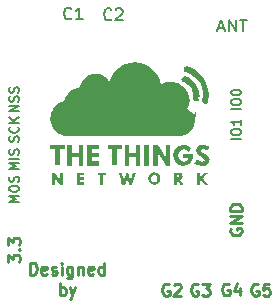
<source format=gbr>
G04 #@! TF.GenerationSoftware,KiCad,Pcbnew,5.1.5-52549c5~84~ubuntu18.04.1*
G04 #@! TF.CreationDate,2020-01-02T13:17:24-07:00*
G04 #@! TF.ProjectId,wemos-01,77656d6f-732d-4303-912e-6b696361645f,rev?*
G04 #@! TF.SameCoordinates,Original*
G04 #@! TF.FileFunction,Legend,Top*
G04 #@! TF.FilePolarity,Positive*
%FSLAX46Y46*%
G04 Gerber Fmt 4.6, Leading zero omitted, Abs format (unit mm)*
G04 Created by KiCad (PCBNEW 5.1.5-52549c5~84~ubuntu18.04.1) date 2020-01-02 13:17:24*
%MOMM*%
%LPD*%
G04 APERTURE LIST*
%ADD10C,0.250000*%
%ADD11C,0.200000*%
%ADD12C,0.100000*%
%ADD13C,0.150000*%
G04 APERTURE END LIST*
D10*
X148598000Y-103885904D02*
X148550380Y-103981142D01*
X148550380Y-104124000D01*
X148598000Y-104266857D01*
X148693238Y-104362095D01*
X148788476Y-104409714D01*
X148978952Y-104457333D01*
X149121809Y-104457333D01*
X149312285Y-104409714D01*
X149407523Y-104362095D01*
X149502761Y-104266857D01*
X149550380Y-104124000D01*
X149550380Y-104028761D01*
X149502761Y-103885904D01*
X149455142Y-103838285D01*
X149121809Y-103838285D01*
X149121809Y-104028761D01*
X149550380Y-103409714D02*
X148550380Y-103409714D01*
X149550380Y-102838285D01*
X148550380Y-102838285D01*
X149550380Y-102362095D02*
X148550380Y-102362095D01*
X148550380Y-102124000D01*
X148598000Y-101981142D01*
X148693238Y-101885904D01*
X148788476Y-101838285D01*
X148978952Y-101790666D01*
X149121809Y-101790666D01*
X149312285Y-101838285D01*
X149407523Y-101885904D01*
X149502761Y-101981142D01*
X149550380Y-102124000D01*
X149550380Y-102362095D01*
D11*
X149459904Y-96304000D02*
X148659904Y-96304000D01*
X148659904Y-95770666D02*
X148659904Y-95618285D01*
X148698000Y-95542095D01*
X148774190Y-95465904D01*
X148926571Y-95427809D01*
X149193238Y-95427809D01*
X149345619Y-95465904D01*
X149421809Y-95542095D01*
X149459904Y-95618285D01*
X149459904Y-95770666D01*
X149421809Y-95846857D01*
X149345619Y-95923047D01*
X149193238Y-95961142D01*
X148926571Y-95961142D01*
X148774190Y-95923047D01*
X148698000Y-95846857D01*
X148659904Y-95770666D01*
X149459904Y-94665904D02*
X149459904Y-95123047D01*
X149459904Y-94894476D02*
X148659904Y-94894476D01*
X148774190Y-94970666D01*
X148850380Y-95046857D01*
X148888476Y-95123047D01*
X149459904Y-93764000D02*
X148659904Y-93764000D01*
X148659904Y-93230666D02*
X148659904Y-93078285D01*
X148698000Y-93002095D01*
X148774190Y-92925904D01*
X148926571Y-92887809D01*
X149193238Y-92887809D01*
X149345619Y-92925904D01*
X149421809Y-93002095D01*
X149459904Y-93078285D01*
X149459904Y-93230666D01*
X149421809Y-93306857D01*
X149345619Y-93383047D01*
X149193238Y-93421142D01*
X148926571Y-93421142D01*
X148774190Y-93383047D01*
X148698000Y-93306857D01*
X148659904Y-93230666D01*
X148659904Y-92392571D02*
X148659904Y-92316380D01*
X148698000Y-92240190D01*
X148736095Y-92202095D01*
X148812285Y-92164000D01*
X148964666Y-92125904D01*
X149155142Y-92125904D01*
X149307523Y-92164000D01*
X149383714Y-92202095D01*
X149421809Y-92240190D01*
X149459904Y-92316380D01*
X149459904Y-92392571D01*
X149421809Y-92468761D01*
X149383714Y-92506857D01*
X149307523Y-92544952D01*
X149155142Y-92583047D01*
X148964666Y-92583047D01*
X148812285Y-92544952D01*
X148736095Y-92506857D01*
X148698000Y-92468761D01*
X148659904Y-92392571D01*
X130663904Y-93954476D02*
X129863904Y-93954476D01*
X130663904Y-93497333D01*
X129863904Y-93497333D01*
X130625809Y-93154476D02*
X130663904Y-93040190D01*
X130663904Y-92849714D01*
X130625809Y-92773523D01*
X130587714Y-92735428D01*
X130511523Y-92697333D01*
X130435333Y-92697333D01*
X130359142Y-92735428D01*
X130321047Y-92773523D01*
X130282952Y-92849714D01*
X130244857Y-93002095D01*
X130206761Y-93078285D01*
X130168666Y-93116380D01*
X130092476Y-93154476D01*
X130016285Y-93154476D01*
X129940095Y-93116380D01*
X129902000Y-93078285D01*
X129863904Y-93002095D01*
X129863904Y-92811619D01*
X129902000Y-92697333D01*
X130625809Y-92392571D02*
X130663904Y-92278285D01*
X130663904Y-92087809D01*
X130625809Y-92011619D01*
X130587714Y-91973523D01*
X130511523Y-91935428D01*
X130435333Y-91935428D01*
X130359142Y-91973523D01*
X130321047Y-92011619D01*
X130282952Y-92087809D01*
X130244857Y-92240190D01*
X130206761Y-92316380D01*
X130168666Y-92354476D01*
X130092476Y-92392571D01*
X130016285Y-92392571D01*
X129940095Y-92354476D01*
X129902000Y-92316380D01*
X129863904Y-92240190D01*
X129863904Y-92049714D01*
X129902000Y-91935428D01*
X130625809Y-96532571D02*
X130663904Y-96418285D01*
X130663904Y-96227809D01*
X130625809Y-96151619D01*
X130587714Y-96113523D01*
X130511523Y-96075428D01*
X130435333Y-96075428D01*
X130359142Y-96113523D01*
X130321047Y-96151619D01*
X130282952Y-96227809D01*
X130244857Y-96380190D01*
X130206761Y-96456380D01*
X130168666Y-96494476D01*
X130092476Y-96532571D01*
X130016285Y-96532571D01*
X129940095Y-96494476D01*
X129902000Y-96456380D01*
X129863904Y-96380190D01*
X129863904Y-96189714D01*
X129902000Y-96075428D01*
X130587714Y-95275428D02*
X130625809Y-95313523D01*
X130663904Y-95427809D01*
X130663904Y-95504000D01*
X130625809Y-95618285D01*
X130549619Y-95694476D01*
X130473428Y-95732571D01*
X130321047Y-95770666D01*
X130206761Y-95770666D01*
X130054380Y-95732571D01*
X129978190Y-95694476D01*
X129902000Y-95618285D01*
X129863904Y-95504000D01*
X129863904Y-95427809D01*
X129902000Y-95313523D01*
X129940095Y-95275428D01*
X130663904Y-94932571D02*
X129863904Y-94932571D01*
X130663904Y-94475428D02*
X130206761Y-94818285D01*
X129863904Y-94475428D02*
X130321047Y-94932571D01*
X130663904Y-98882095D02*
X129863904Y-98882095D01*
X130435333Y-98615428D01*
X129863904Y-98348761D01*
X130663904Y-98348761D01*
X130663904Y-97967809D02*
X129863904Y-97967809D01*
X130625809Y-97624952D02*
X130663904Y-97510666D01*
X130663904Y-97320190D01*
X130625809Y-97244000D01*
X130587714Y-97205904D01*
X130511523Y-97167809D01*
X130435333Y-97167809D01*
X130359142Y-97205904D01*
X130321047Y-97244000D01*
X130282952Y-97320190D01*
X130244857Y-97472571D01*
X130206761Y-97548761D01*
X130168666Y-97586857D01*
X130092476Y-97624952D01*
X130016285Y-97624952D01*
X129940095Y-97586857D01*
X129902000Y-97548761D01*
X129863904Y-97472571D01*
X129863904Y-97282095D01*
X129902000Y-97167809D01*
X130663904Y-101650666D02*
X129863904Y-101650666D01*
X130435333Y-101384000D01*
X129863904Y-101117333D01*
X130663904Y-101117333D01*
X129863904Y-100584000D02*
X129863904Y-100431619D01*
X129902000Y-100355428D01*
X129978190Y-100279238D01*
X130130571Y-100241142D01*
X130397238Y-100241142D01*
X130549619Y-100279238D01*
X130625809Y-100355428D01*
X130663904Y-100431619D01*
X130663904Y-100584000D01*
X130625809Y-100660190D01*
X130549619Y-100736380D01*
X130397238Y-100774476D01*
X130130571Y-100774476D01*
X129978190Y-100736380D01*
X129902000Y-100660190D01*
X129863904Y-100584000D01*
X130625809Y-99936380D02*
X130663904Y-99822095D01*
X130663904Y-99631619D01*
X130625809Y-99555428D01*
X130587714Y-99517333D01*
X130511523Y-99479238D01*
X130435333Y-99479238D01*
X130359142Y-99517333D01*
X130321047Y-99555428D01*
X130282952Y-99631619D01*
X130244857Y-99784000D01*
X130206761Y-99860190D01*
X130168666Y-99898285D01*
X130092476Y-99936380D01*
X130016285Y-99936380D01*
X129940095Y-99898285D01*
X129902000Y-99860190D01*
X129863904Y-99784000D01*
X129863904Y-99593523D01*
X129902000Y-99479238D01*
D10*
X129754380Y-106711619D02*
X129754380Y-106092571D01*
X130135333Y-106425904D01*
X130135333Y-106283047D01*
X130182952Y-106187809D01*
X130230571Y-106140190D01*
X130325809Y-106092571D01*
X130563904Y-106092571D01*
X130659142Y-106140190D01*
X130706761Y-106187809D01*
X130754380Y-106283047D01*
X130754380Y-106568761D01*
X130706761Y-106664000D01*
X130659142Y-106711619D01*
X130659142Y-105664000D02*
X130706761Y-105616380D01*
X130754380Y-105664000D01*
X130706761Y-105711619D01*
X130659142Y-105664000D01*
X130754380Y-105664000D01*
X129754380Y-105283047D02*
X129754380Y-104664000D01*
X130135333Y-104997333D01*
X130135333Y-104854476D01*
X130182952Y-104759238D01*
X130230571Y-104711619D01*
X130325809Y-104664000D01*
X130563904Y-104664000D01*
X130659142Y-104711619D01*
X130706761Y-104759238D01*
X130754380Y-104854476D01*
X130754380Y-105140190D01*
X130706761Y-105235428D01*
X130659142Y-105283047D01*
X131627952Y-107781380D02*
X131627952Y-106781380D01*
X131866047Y-106781380D01*
X132008904Y-106829000D01*
X132104142Y-106924238D01*
X132151761Y-107019476D01*
X132199380Y-107209952D01*
X132199380Y-107352809D01*
X132151761Y-107543285D01*
X132104142Y-107638523D01*
X132008904Y-107733761D01*
X131866047Y-107781380D01*
X131627952Y-107781380D01*
X133008904Y-107733761D02*
X132913666Y-107781380D01*
X132723190Y-107781380D01*
X132627952Y-107733761D01*
X132580333Y-107638523D01*
X132580333Y-107257571D01*
X132627952Y-107162333D01*
X132723190Y-107114714D01*
X132913666Y-107114714D01*
X133008904Y-107162333D01*
X133056523Y-107257571D01*
X133056523Y-107352809D01*
X132580333Y-107448047D01*
X133437476Y-107733761D02*
X133532714Y-107781380D01*
X133723190Y-107781380D01*
X133818428Y-107733761D01*
X133866047Y-107638523D01*
X133866047Y-107590904D01*
X133818428Y-107495666D01*
X133723190Y-107448047D01*
X133580333Y-107448047D01*
X133485095Y-107400428D01*
X133437476Y-107305190D01*
X133437476Y-107257571D01*
X133485095Y-107162333D01*
X133580333Y-107114714D01*
X133723190Y-107114714D01*
X133818428Y-107162333D01*
X134294619Y-107781380D02*
X134294619Y-107114714D01*
X134294619Y-106781380D02*
X134247000Y-106829000D01*
X134294619Y-106876619D01*
X134342238Y-106829000D01*
X134294619Y-106781380D01*
X134294619Y-106876619D01*
X135199380Y-107114714D02*
X135199380Y-107924238D01*
X135151761Y-108019476D01*
X135104142Y-108067095D01*
X135008904Y-108114714D01*
X134866047Y-108114714D01*
X134770809Y-108067095D01*
X135199380Y-107733761D02*
X135104142Y-107781380D01*
X134913666Y-107781380D01*
X134818428Y-107733761D01*
X134770809Y-107686142D01*
X134723190Y-107590904D01*
X134723190Y-107305190D01*
X134770809Y-107209952D01*
X134818428Y-107162333D01*
X134913666Y-107114714D01*
X135104142Y-107114714D01*
X135199380Y-107162333D01*
X135675571Y-107114714D02*
X135675571Y-107781380D01*
X135675571Y-107209952D02*
X135723190Y-107162333D01*
X135818428Y-107114714D01*
X135961285Y-107114714D01*
X136056523Y-107162333D01*
X136104142Y-107257571D01*
X136104142Y-107781380D01*
X136961285Y-107733761D02*
X136866047Y-107781380D01*
X136675571Y-107781380D01*
X136580333Y-107733761D01*
X136532714Y-107638523D01*
X136532714Y-107257571D01*
X136580333Y-107162333D01*
X136675571Y-107114714D01*
X136866047Y-107114714D01*
X136961285Y-107162333D01*
X137008904Y-107257571D01*
X137008904Y-107352809D01*
X136532714Y-107448047D01*
X137866047Y-107781380D02*
X137866047Y-106781380D01*
X137866047Y-107733761D02*
X137770809Y-107781380D01*
X137580333Y-107781380D01*
X137485095Y-107733761D01*
X137437476Y-107686142D01*
X137389857Y-107590904D01*
X137389857Y-107305190D01*
X137437476Y-107209952D01*
X137485095Y-107162333D01*
X137580333Y-107114714D01*
X137770809Y-107114714D01*
X137866047Y-107162333D01*
X134151761Y-109531380D02*
X134151761Y-108531380D01*
X134151761Y-108912333D02*
X134247000Y-108864714D01*
X134437476Y-108864714D01*
X134532714Y-108912333D01*
X134580333Y-108959952D01*
X134627952Y-109055190D01*
X134627952Y-109340904D01*
X134580333Y-109436142D01*
X134532714Y-109483761D01*
X134437476Y-109531380D01*
X134247000Y-109531380D01*
X134151761Y-109483761D01*
X134961285Y-108864714D02*
X135199380Y-109531380D01*
X135437476Y-108864714D02*
X135199380Y-109531380D01*
X135104142Y-109769476D01*
X135056523Y-109817095D01*
X134961285Y-109864714D01*
X150915714Y-108618400D02*
X150820476Y-108570780D01*
X150677619Y-108570780D01*
X150534761Y-108618400D01*
X150439523Y-108713638D01*
X150391904Y-108808876D01*
X150344285Y-108999352D01*
X150344285Y-109142209D01*
X150391904Y-109332685D01*
X150439523Y-109427923D01*
X150534761Y-109523161D01*
X150677619Y-109570780D01*
X150772857Y-109570780D01*
X150915714Y-109523161D01*
X150963333Y-109475542D01*
X150963333Y-109142209D01*
X150772857Y-109142209D01*
X151868095Y-108570780D02*
X151391904Y-108570780D01*
X151344285Y-109046971D01*
X151391904Y-108999352D01*
X151487142Y-108951733D01*
X151725238Y-108951733D01*
X151820476Y-108999352D01*
X151868095Y-109046971D01*
X151915714Y-109142209D01*
X151915714Y-109380304D01*
X151868095Y-109475542D01*
X151820476Y-109523161D01*
X151725238Y-109570780D01*
X151487142Y-109570780D01*
X151391904Y-109523161D01*
X151344285Y-109475542D01*
X148451914Y-108593000D02*
X148356676Y-108545380D01*
X148213819Y-108545380D01*
X148070961Y-108593000D01*
X147975723Y-108688238D01*
X147928104Y-108783476D01*
X147880485Y-108973952D01*
X147880485Y-109116809D01*
X147928104Y-109307285D01*
X147975723Y-109402523D01*
X148070961Y-109497761D01*
X148213819Y-109545380D01*
X148309057Y-109545380D01*
X148451914Y-109497761D01*
X148499533Y-109450142D01*
X148499533Y-109116809D01*
X148309057Y-109116809D01*
X149356676Y-108878714D02*
X149356676Y-109545380D01*
X149118580Y-108497761D02*
X148880485Y-109212047D01*
X149499533Y-109212047D01*
X145810314Y-108618400D02*
X145715076Y-108570780D01*
X145572219Y-108570780D01*
X145429361Y-108618400D01*
X145334123Y-108713638D01*
X145286504Y-108808876D01*
X145238885Y-108999352D01*
X145238885Y-109142209D01*
X145286504Y-109332685D01*
X145334123Y-109427923D01*
X145429361Y-109523161D01*
X145572219Y-109570780D01*
X145667457Y-109570780D01*
X145810314Y-109523161D01*
X145857933Y-109475542D01*
X145857933Y-109142209D01*
X145667457Y-109142209D01*
X146191266Y-108570780D02*
X146810314Y-108570780D01*
X146476980Y-108951733D01*
X146619838Y-108951733D01*
X146715076Y-108999352D01*
X146762695Y-109046971D01*
X146810314Y-109142209D01*
X146810314Y-109380304D01*
X146762695Y-109475542D01*
X146715076Y-109523161D01*
X146619838Y-109570780D01*
X146334123Y-109570780D01*
X146238885Y-109523161D01*
X146191266Y-109475542D01*
X143371914Y-108618400D02*
X143276676Y-108570780D01*
X143133819Y-108570780D01*
X142990961Y-108618400D01*
X142895723Y-108713638D01*
X142848104Y-108808876D01*
X142800485Y-108999352D01*
X142800485Y-109142209D01*
X142848104Y-109332685D01*
X142895723Y-109427923D01*
X142990961Y-109523161D01*
X143133819Y-109570780D01*
X143229057Y-109570780D01*
X143371914Y-109523161D01*
X143419533Y-109475542D01*
X143419533Y-109142209D01*
X143229057Y-109142209D01*
X143800485Y-108666019D02*
X143848104Y-108618400D01*
X143943342Y-108570780D01*
X144181438Y-108570780D01*
X144276676Y-108618400D01*
X144324295Y-108666019D01*
X144371914Y-108761257D01*
X144371914Y-108856495D01*
X144324295Y-108999352D01*
X143752866Y-109570780D01*
X144371914Y-109570780D01*
D11*
X147574142Y-86907666D02*
X148050333Y-86907666D01*
X147478904Y-87193380D02*
X147812238Y-86193380D01*
X148145571Y-87193380D01*
X148478904Y-87193380D02*
X148478904Y-86193380D01*
X149050333Y-87193380D01*
X149050333Y-86193380D01*
X149383666Y-86193380D02*
X149955095Y-86193380D01*
X149669380Y-87193380D02*
X149669380Y-86193380D01*
D12*
G36*
X146775393Y-96958903D02*
G01*
X146735000Y-97037506D01*
X146694606Y-97116110D01*
X146654213Y-97194713D01*
X146613820Y-97273316D01*
X146584480Y-97254894D01*
X146506832Y-97214364D01*
X146396432Y-97173834D01*
X146268838Y-97155411D01*
X146180341Y-97165783D01*
X146117635Y-97195805D01*
X146080312Y-97243840D01*
X146067962Y-97308251D01*
X146096893Y-97376006D01*
X146174950Y-97437619D01*
X146289035Y-97496777D01*
X146426045Y-97557162D01*
X146570560Y-97632081D01*
X146701157Y-97737295D01*
X146795726Y-97870348D01*
X146832162Y-98028783D01*
X146777781Y-98288611D01*
X146632925Y-98460010D01*
X146425021Y-98554443D01*
X146181501Y-98583374D01*
X145909186Y-98547211D01*
X145706059Y-98467652D01*
X145579079Y-98388093D01*
X145535206Y-98351930D01*
X145584333Y-98268960D01*
X145633460Y-98185990D01*
X145682587Y-98103019D01*
X145731714Y-98020049D01*
X145770880Y-98050071D01*
X145871454Y-98116120D01*
X146008054Y-98182169D01*
X146155299Y-98212191D01*
X146231037Y-98208302D01*
X146312506Y-98187627D01*
X146377600Y-98136658D01*
X146404210Y-98041883D01*
X146372346Y-97960073D01*
X146286851Y-97891773D01*
X146162873Y-97827566D01*
X146015560Y-97758038D01*
X145875957Y-97671929D01*
X145773199Y-97566988D01*
X145709743Y-97447308D01*
X145688046Y-97316985D01*
X145736695Y-97099938D01*
X145864358Y-96933247D01*
X146043603Y-96826327D01*
X146247003Y-96788595D01*
X146458523Y-96817048D01*
X146625828Y-96875387D01*
X146735819Y-96932906D01*
X146775393Y-96958903D01*
G37*
G36*
X145386732Y-97954546D02*
G01*
X145269305Y-98236345D01*
X145079415Y-98430534D01*
X144844491Y-98542844D01*
X144591964Y-98579007D01*
X144265678Y-98508591D01*
X143999163Y-98316996D01*
X143819440Y-98033696D01*
X143753528Y-97688168D01*
X143816983Y-97338956D01*
X143992613Y-97056065D01*
X144258309Y-96866516D01*
X144591964Y-96797329D01*
X144803143Y-96817867D01*
X144981161Y-96876478D01*
X145130521Y-96968660D01*
X145255727Y-97089908D01*
X145191316Y-97160870D01*
X145126904Y-97231831D01*
X145062493Y-97302793D01*
X144998082Y-97373754D01*
X144917159Y-97271474D01*
X144825591Y-97203993D01*
X144724198Y-97166806D01*
X144613799Y-97155411D01*
X144444242Y-97197579D01*
X144305389Y-97312618D01*
X144211570Y-97483335D01*
X144177113Y-97692535D01*
X144211570Y-97898528D01*
X144305389Y-98066447D01*
X144444242Y-98179508D01*
X144613799Y-98220925D01*
X144751696Y-98198544D01*
X144871989Y-98133587D01*
X144957074Y-98029329D01*
X144989348Y-97889043D01*
X144891094Y-97889043D01*
X144792840Y-97889043D01*
X144694585Y-97889043D01*
X144596331Y-97889043D01*
X144596331Y-97812623D01*
X144596331Y-97736203D01*
X144596331Y-97659783D01*
X144596331Y-97583363D01*
X144795023Y-97583363D01*
X144993715Y-97583363D01*
X145192407Y-97583363D01*
X145391099Y-97583363D01*
X145391099Y-97676159D01*
X145391099Y-97768955D01*
X145391099Y-97861751D01*
X145391099Y-97954546D01*
X145390008Y-97954546D01*
X145388916Y-97954546D01*
X145387824Y-97954546D01*
X145386732Y-97954546D01*
G37*
G36*
X142417269Y-98548439D02*
G01*
X142319015Y-98548439D01*
X142220760Y-98548439D01*
X142122506Y-98548439D01*
X142024252Y-98548439D01*
X142024252Y-98117212D01*
X142024252Y-97685985D01*
X142024252Y-97254757D01*
X142024252Y-96823530D01*
X142122506Y-96823530D01*
X142220760Y-96823530D01*
X142319015Y-96823530D01*
X142417269Y-96823530D01*
X142587576Y-97089908D01*
X142757884Y-97356287D01*
X142928191Y-97622665D01*
X143098499Y-97889043D01*
X143099591Y-97889043D01*
X143100682Y-97889043D01*
X143101774Y-97889043D01*
X143102866Y-97889043D01*
X143102866Y-97622665D01*
X143102866Y-97356287D01*
X143102866Y-97089908D01*
X143102866Y-96823530D01*
X143201120Y-96823530D01*
X143299374Y-96823530D01*
X143397629Y-96823530D01*
X143495883Y-96823530D01*
X143495883Y-97254757D01*
X143495883Y-97685985D01*
X143495883Y-98117212D01*
X143495883Y-98548439D01*
X143397629Y-98548439D01*
X143299374Y-98548439D01*
X143201120Y-98548439D01*
X143102866Y-98548439D01*
X142932558Y-98282061D01*
X142762251Y-98015682D01*
X142591943Y-97749304D01*
X142421636Y-97482926D01*
X142420544Y-97482926D01*
X142419452Y-97482926D01*
X142418361Y-97482926D01*
X142417269Y-97482926D01*
X142417269Y-97749304D01*
X142417269Y-98015682D01*
X142417269Y-98282061D01*
X142417269Y-98548439D01*
G37*
G36*
X141692371Y-98548439D02*
G01*
X141594116Y-98548439D01*
X141495862Y-98548439D01*
X141397608Y-98548439D01*
X141299353Y-98548439D01*
X141299353Y-98117212D01*
X141299353Y-97685985D01*
X141299353Y-97254757D01*
X141299353Y-96823530D01*
X141397608Y-96823530D01*
X141495862Y-96823530D01*
X141594116Y-96823530D01*
X141692371Y-96823530D01*
X141692371Y-97254757D01*
X141692371Y-97685985D01*
X141692371Y-98117212D01*
X141692371Y-98548439D01*
G37*
G36*
X140015497Y-98548439D02*
G01*
X139917243Y-98548439D01*
X139818989Y-98548439D01*
X139720734Y-98548439D01*
X139622480Y-98548439D01*
X139622480Y-98117212D01*
X139622480Y-97685985D01*
X139622480Y-97254757D01*
X139622480Y-96823530D01*
X139720734Y-96823530D01*
X139818989Y-96823530D01*
X139917243Y-96823530D01*
X140015497Y-96823530D01*
X140015497Y-96996021D01*
X140015497Y-97168512D01*
X140015497Y-97341003D01*
X140015497Y-97513494D01*
X140154145Y-97513494D01*
X140292793Y-97513494D01*
X140431440Y-97513494D01*
X140570088Y-97513494D01*
X140570088Y-97341003D01*
X140570088Y-97168512D01*
X140570088Y-96996021D01*
X140570088Y-96823530D01*
X140668342Y-96823530D01*
X140766597Y-96823530D01*
X140864851Y-96823530D01*
X140963105Y-96823530D01*
X140963105Y-97254757D01*
X140963105Y-97685985D01*
X140963105Y-98117212D01*
X140963105Y-98548439D01*
X140864851Y-98548439D01*
X140766597Y-98548439D01*
X140668342Y-98548439D01*
X140570088Y-98548439D01*
X140570088Y-98374856D01*
X140570088Y-98201274D01*
X140570088Y-98027691D01*
X140570088Y-97854109D01*
X140431440Y-97854109D01*
X140292793Y-97854109D01*
X140154145Y-97854109D01*
X140015497Y-97854109D01*
X140015497Y-98027691D01*
X140015497Y-98201274D01*
X140015497Y-98374856D01*
X140015497Y-98548439D01*
G37*
G36*
X138185784Y-96823530D02*
G01*
X138488189Y-96823530D01*
X138790593Y-96823530D01*
X139092998Y-96823530D01*
X139395403Y-96823530D01*
X139395403Y-96909776D01*
X139395403Y-96996021D01*
X139395403Y-97082266D01*
X139395403Y-97168512D01*
X139292782Y-97168512D01*
X139190161Y-97168512D01*
X139087540Y-97168512D01*
X138984919Y-97168512D01*
X138984919Y-97512402D01*
X138984919Y-97856292D01*
X138984919Y-98200182D01*
X138984919Y-98544072D01*
X138886664Y-98544072D01*
X138788410Y-98544072D01*
X138690156Y-98544072D01*
X138591901Y-98544072D01*
X138591901Y-98200182D01*
X138591901Y-97856292D01*
X138591901Y-97512402D01*
X138591901Y-97168512D01*
X138489280Y-97168512D01*
X138386659Y-97168512D01*
X138284038Y-97168512D01*
X138181417Y-97168512D01*
X138182508Y-97082266D01*
X138183600Y-96996021D01*
X138184692Y-96909776D01*
X138185784Y-96823530D01*
G37*
G36*
X137430317Y-97172879D02*
G01*
X137282936Y-97172879D01*
X137135554Y-97172879D01*
X136988173Y-97172879D01*
X136840791Y-97172879D01*
X136840791Y-97258032D01*
X136840791Y-97343186D01*
X136840791Y-97428340D01*
X136840791Y-97513494D01*
X136982714Y-97513494D01*
X137124637Y-97513494D01*
X137266560Y-97513494D01*
X137408483Y-97513494D01*
X137408483Y-97599739D01*
X137408483Y-97685985D01*
X137408483Y-97772230D01*
X137408483Y-97858475D01*
X137266560Y-97858475D01*
X137124637Y-97858475D01*
X136982714Y-97858475D01*
X136840791Y-97858475D01*
X136840791Y-97944721D01*
X136840791Y-98030966D01*
X136840791Y-98117212D01*
X136840791Y-98203457D01*
X136989265Y-98203457D01*
X137137738Y-98203457D01*
X137286211Y-98203457D01*
X137434684Y-98203457D01*
X137434684Y-98289703D01*
X137434684Y-98375948D01*
X137434684Y-98462194D01*
X137434684Y-98548439D01*
X137186865Y-98548439D01*
X136939046Y-98548439D01*
X136691226Y-98548439D01*
X136443407Y-98548439D01*
X136443407Y-98117212D01*
X136443407Y-97685985D01*
X136443407Y-97254757D01*
X136443407Y-96823530D01*
X136690135Y-96823530D01*
X136936862Y-96823530D01*
X137183590Y-96823530D01*
X137430317Y-96823530D01*
X137430317Y-96910867D01*
X137430317Y-96998204D01*
X137430317Y-97085542D01*
X137430317Y-97172879D01*
G37*
G36*
X135163918Y-98548439D02*
G01*
X135065664Y-98548439D01*
X134967409Y-98548439D01*
X134869155Y-98548439D01*
X134770901Y-98548439D01*
X134770901Y-98117212D01*
X134770901Y-97685985D01*
X134770901Y-97254757D01*
X134770901Y-96823530D01*
X134869155Y-96823530D01*
X134967409Y-96823530D01*
X135065664Y-96823530D01*
X135163918Y-96823530D01*
X135163918Y-96996021D01*
X135163918Y-97168512D01*
X135163918Y-97341003D01*
X135163918Y-97513494D01*
X135302566Y-97513494D01*
X135441213Y-97513494D01*
X135579861Y-97513494D01*
X135718509Y-97513494D01*
X135718509Y-97341003D01*
X135718509Y-97168512D01*
X135718509Y-96996021D01*
X135718509Y-96823530D01*
X135816763Y-96823530D01*
X135915017Y-96823530D01*
X136013272Y-96823530D01*
X136111526Y-96823530D01*
X136111526Y-97254757D01*
X136111526Y-97685985D01*
X136111526Y-98117212D01*
X136111526Y-98548439D01*
X136013272Y-98548439D01*
X135915017Y-98548439D01*
X135816763Y-98548439D01*
X135718509Y-98548439D01*
X135718509Y-98374856D01*
X135718509Y-98201274D01*
X135718509Y-98027691D01*
X135718509Y-97854109D01*
X135579861Y-97854109D01*
X135441213Y-97854109D01*
X135302566Y-97854109D01*
X135163918Y-97854109D01*
X135163918Y-98027691D01*
X135163918Y-98201274D01*
X135163918Y-98374856D01*
X135163918Y-98548439D01*
G37*
G36*
X133334204Y-96823530D02*
G01*
X133636609Y-96823530D01*
X133939014Y-96823530D01*
X134241419Y-96823530D01*
X134543824Y-96823530D01*
X134543824Y-96909776D01*
X134543824Y-96996021D01*
X134543824Y-97082266D01*
X134543824Y-97168512D01*
X134441203Y-97168512D01*
X134338582Y-97168512D01*
X134235961Y-97168512D01*
X134133339Y-97168512D01*
X134133339Y-97512402D01*
X134133339Y-97856292D01*
X134133339Y-98200182D01*
X134133339Y-98544072D01*
X134035085Y-98544072D01*
X133936831Y-98544072D01*
X133838576Y-98544072D01*
X133740322Y-98544072D01*
X133740322Y-98200182D01*
X133740322Y-97856292D01*
X133740322Y-97512402D01*
X133740322Y-97168512D01*
X133637701Y-97168512D01*
X133535080Y-97168512D01*
X133432459Y-97168512D01*
X133329838Y-97168512D01*
X133330929Y-97082266D01*
X133332021Y-96996021D01*
X133333113Y-96909776D01*
X133334204Y-96823530D01*
G37*
G36*
X146408577Y-100181644D02*
G01*
X146312506Y-100071381D01*
X146216435Y-99961118D01*
X146120365Y-99850854D01*
X146024294Y-99740591D01*
X146024294Y-99850854D01*
X146024294Y-99961118D01*
X146024294Y-100071381D01*
X146024294Y-100181644D01*
X145965341Y-100181644D01*
X145906389Y-100181644D01*
X145847436Y-100181644D01*
X145788483Y-100181644D01*
X145788483Y-99922908D01*
X145788483Y-99664171D01*
X145788483Y-99405435D01*
X145788483Y-99146699D01*
X145847436Y-99146699D01*
X145906389Y-99146699D01*
X145965341Y-99146699D01*
X146024294Y-99146699D01*
X146024294Y-99253687D01*
X146024294Y-99360675D01*
X146024294Y-99467663D01*
X146024294Y-99574651D01*
X146113814Y-99467663D01*
X146203335Y-99360675D01*
X146292856Y-99253687D01*
X146382376Y-99146699D01*
X146454429Y-99146699D01*
X146526482Y-99146699D01*
X146598536Y-99146699D01*
X146670589Y-99146699D01*
X146564692Y-99268971D01*
X146458796Y-99391243D01*
X146352900Y-99513515D01*
X146247003Y-99635787D01*
X146367092Y-99772251D01*
X146487181Y-99908715D01*
X146607269Y-100045180D01*
X146727358Y-100181644D01*
X146647663Y-100181644D01*
X146567968Y-100181644D01*
X146488272Y-100181644D01*
X146408577Y-100181644D01*
G37*
G36*
X144194580Y-99142332D02*
G01*
X144259810Y-99386535D01*
X144214231Y-99344845D01*
X144152276Y-99328537D01*
X144085409Y-99325740D01*
X144078858Y-99325740D01*
X144072308Y-99325740D01*
X144065758Y-99325740D01*
X144059208Y-99325740D01*
X144059208Y-99393426D01*
X144059208Y-99461112D01*
X144059208Y-99528799D01*
X144059208Y-99596485D01*
X144065758Y-99596485D01*
X144072308Y-99596485D01*
X144078858Y-99596485D01*
X144085409Y-99596485D01*
X144085409Y-99598668D01*
X144085409Y-99600852D01*
X144085409Y-99603035D01*
X143994796Y-99606310D01*
X144063506Y-99603513D01*
X144125256Y-99587205D01*
X144169812Y-99545516D01*
X144277551Y-99465479D01*
X144259810Y-99386535D01*
X144194580Y-99142332D01*
X144328861Y-99161914D01*
X144436941Y-99220389D01*
X144508994Y-99317347D01*
X144535195Y-99452379D01*
X144519570Y-99558343D01*
X144475697Y-99645066D01*
X144408079Y-99709682D01*
X144321219Y-99749325D01*
X144410740Y-99857405D01*
X144500260Y-99965484D01*
X144589781Y-100073564D01*
X144679301Y-100181644D01*
X144605065Y-100181644D01*
X144530828Y-100181644D01*
X144456592Y-100181644D01*
X144382355Y-100181644D01*
X144303752Y-100079023D01*
X144225148Y-99976402D01*
X144146545Y-99873780D01*
X144067941Y-99771159D01*
X144067941Y-99873780D01*
X144067941Y-99976402D01*
X144067941Y-100079023D01*
X144067941Y-100181644D01*
X144008989Y-100181644D01*
X143950036Y-100181644D01*
X143891084Y-100181644D01*
X143832131Y-100181644D01*
X143832131Y-99922908D01*
X143832131Y-99664171D01*
X143832131Y-99405435D01*
X143832131Y-99146699D01*
X143922743Y-99145607D01*
X144013356Y-99144515D01*
X144103968Y-99143423D01*
X144194580Y-99142332D01*
G37*
G36*
X142129056Y-99124864D02*
G01*
X142329386Y-99446920D01*
X142246211Y-99375140D01*
X142129056Y-99347574D01*
X142010060Y-99373912D01*
X141927089Y-99443645D01*
X141878508Y-99542854D01*
X141862678Y-99657621D01*
X141877280Y-99772387D01*
X141923814Y-99871597D01*
X142006375Y-99941330D01*
X142129056Y-99967668D01*
X142249895Y-99941330D01*
X142332661Y-99871597D01*
X142380219Y-99772387D01*
X142395435Y-99657621D01*
X142378991Y-99546539D01*
X142329386Y-99446920D01*
X142129056Y-99124864D01*
X142332525Y-99166349D01*
X142499148Y-99279888D01*
X142611731Y-99449103D01*
X142653079Y-99657621D01*
X142613573Y-99870505D01*
X142504060Y-100040813D01*
X142338051Y-100153805D01*
X142129056Y-100194744D01*
X141916377Y-100153191D01*
X141750777Y-100039175D01*
X141643312Y-99868663D01*
X141605033Y-99657621D01*
X141646382Y-99447261D01*
X141758965Y-99278250D01*
X141925588Y-99165735D01*
X142129056Y-99124864D01*
G37*
G36*
X139845190Y-99600852D02*
G01*
X139803705Y-99746050D01*
X139762219Y-99891248D01*
X139720734Y-100036446D01*
X139679249Y-100181644D01*
X139613746Y-100181644D01*
X139548243Y-100181644D01*
X139482740Y-100181644D01*
X139417238Y-100181644D01*
X139344093Y-99922908D01*
X139270948Y-99664171D01*
X139197803Y-99405435D01*
X139124658Y-99146699D01*
X139189069Y-99146699D01*
X139253480Y-99146699D01*
X139317892Y-99146699D01*
X139382303Y-99146699D01*
X139425971Y-99325740D01*
X139469640Y-99504781D01*
X139513308Y-99683822D01*
X139556977Y-99862863D01*
X139558069Y-99862863D01*
X139559160Y-99862863D01*
X139560252Y-99862863D01*
X139561344Y-99862863D01*
X139608288Y-99683822D01*
X139655231Y-99504781D01*
X139702175Y-99325740D01*
X139749119Y-99146699D01*
X139792787Y-99146699D01*
X139836456Y-99146699D01*
X139880125Y-99146699D01*
X139923793Y-99146699D01*
X139970737Y-99325740D01*
X140017681Y-99504781D01*
X140064624Y-99683822D01*
X140111568Y-99862863D01*
X140115935Y-99862863D01*
X140120302Y-99862863D01*
X140124669Y-99862863D01*
X140129035Y-99862863D01*
X140172704Y-99683822D01*
X140216373Y-99504781D01*
X140260041Y-99325740D01*
X140303710Y-99146699D01*
X140369213Y-99146699D01*
X140434715Y-99146699D01*
X140500218Y-99146699D01*
X140565721Y-99146699D01*
X140492576Y-99405435D01*
X140419431Y-99664171D01*
X140346287Y-99922908D01*
X140273142Y-100181644D01*
X140207639Y-100181644D01*
X140142136Y-100181644D01*
X140076633Y-100181644D01*
X140011130Y-100181644D01*
X139969645Y-100036446D01*
X139928160Y-99891248D01*
X139886675Y-99746050D01*
X139845190Y-99600852D01*
G37*
G36*
X137325513Y-99142332D02*
G01*
X137507829Y-99142332D01*
X137690145Y-99142332D01*
X137872462Y-99142332D01*
X138054778Y-99142332D01*
X138054778Y-99194734D01*
X138054778Y-99247136D01*
X138054778Y-99299539D01*
X138054778Y-99351941D01*
X137993642Y-99351941D01*
X137932506Y-99351941D01*
X137871370Y-99351941D01*
X137810234Y-99351941D01*
X137810234Y-99558275D01*
X137810234Y-99764609D01*
X137810234Y-99970943D01*
X137810234Y-100177277D01*
X137751281Y-100177277D01*
X137692329Y-100177277D01*
X137633376Y-100177277D01*
X137574424Y-100177277D01*
X137574424Y-99970943D01*
X137574424Y-99764609D01*
X137574424Y-99558275D01*
X137574424Y-99351941D01*
X137513287Y-99351941D01*
X137452151Y-99351941D01*
X137391015Y-99351941D01*
X137329879Y-99351941D01*
X137328788Y-99299539D01*
X137327696Y-99247136D01*
X137326604Y-99194734D01*
X137325513Y-99142332D01*
G37*
G36*
X136190130Y-99347574D02*
G01*
X136100609Y-99347574D01*
X136011088Y-99347574D01*
X135921568Y-99347574D01*
X135832047Y-99347574D01*
X135832047Y-99397793D01*
X135832047Y-99448012D01*
X135832047Y-99498231D01*
X135832047Y-99548449D01*
X135917201Y-99548449D01*
X136002355Y-99548449D01*
X136087508Y-99548449D01*
X136172662Y-99548449D01*
X136172662Y-99600852D01*
X136172662Y-99653254D01*
X136172662Y-99705656D01*
X136172662Y-99758059D01*
X136087508Y-99758059D01*
X136002355Y-99758059D01*
X135917201Y-99758059D01*
X135832047Y-99758059D01*
X135832047Y-99810461D01*
X135832047Y-99862863D01*
X135832047Y-99915266D01*
X135832047Y-99967668D01*
X135921568Y-99967668D01*
X136011088Y-99967668D01*
X136100609Y-99967668D01*
X136190130Y-99967668D01*
X136190130Y-100020070D01*
X136190130Y-100072472D01*
X136190130Y-100124875D01*
X136190130Y-100177277D01*
X136041656Y-100177277D01*
X135893183Y-100177277D01*
X135744710Y-100177277D01*
X135596237Y-100177277D01*
X135596237Y-99918541D01*
X135596237Y-99659804D01*
X135596237Y-99401068D01*
X135596237Y-99142332D01*
X135744710Y-99142332D01*
X135893183Y-99142332D01*
X136041656Y-99142332D01*
X136190130Y-99142332D01*
X136190130Y-99193642D01*
X136190130Y-99244953D01*
X136190130Y-99296263D01*
X136190130Y-99347574D01*
G37*
G36*
X133722855Y-100181644D02*
G01*
X133663902Y-100181644D01*
X133604950Y-100181644D01*
X133545997Y-100181644D01*
X133487044Y-100181644D01*
X133487044Y-99922908D01*
X133487044Y-99664171D01*
X133487044Y-99405435D01*
X133487044Y-99146699D01*
X133545997Y-99146699D01*
X133604950Y-99146699D01*
X133663902Y-99146699D01*
X133722855Y-99146699D01*
X133826568Y-99308272D01*
X133930281Y-99469846D01*
X134033993Y-99631420D01*
X134137706Y-99792994D01*
X134137706Y-99631420D01*
X134137706Y-99469846D01*
X134137706Y-99308272D01*
X134137706Y-99146699D01*
X134196659Y-99146699D01*
X134255611Y-99146699D01*
X134314564Y-99146699D01*
X134373517Y-99146699D01*
X134373517Y-99405435D01*
X134373517Y-99664171D01*
X134373517Y-99922908D01*
X134373517Y-100181644D01*
X134314564Y-100181644D01*
X134255611Y-100181644D01*
X134196659Y-100181644D01*
X134137706Y-100181644D01*
X134033993Y-100020070D01*
X133930281Y-99858496D01*
X133826568Y-99696923D01*
X133722855Y-99535349D01*
X133722855Y-99696923D01*
X133722855Y-99858496D01*
X133722855Y-100020070D01*
X133722855Y-100181644D01*
G37*
G36*
X145561407Y-94600799D02*
G01*
X146175564Y-91993922D01*
X146242091Y-92334400D01*
X146248846Y-92681429D01*
X146194601Y-93024364D01*
X146193304Y-93119002D01*
X146230081Y-93205042D01*
X146297154Y-93270613D01*
X146386743Y-93303843D01*
X146475991Y-93311348D01*
X146560326Y-93285283D01*
X146629922Y-93231380D01*
X146674956Y-93155369D01*
X146747759Y-92616267D01*
X146700611Y-92071843D01*
X146538014Y-91549526D01*
X146264471Y-91076745D01*
X146264469Y-91076745D01*
X145987037Y-90762673D01*
X145659661Y-90499774D01*
X145292981Y-90295009D01*
X144897644Y-90155338D01*
X144806759Y-90154997D01*
X144724062Y-90188636D01*
X144659378Y-90249294D01*
X144622532Y-90330012D01*
X144609090Y-90425674D01*
X144636179Y-90518879D01*
X144696837Y-90594071D01*
X144784106Y-90635692D01*
X145177260Y-90786963D01*
X145528655Y-91017247D01*
X145824374Y-91315489D01*
X146050495Y-91670638D01*
X146175564Y-91993922D01*
X145561407Y-94600799D01*
X145561407Y-93072399D01*
X145651951Y-93079768D01*
X145738810Y-93052748D01*
X145810113Y-92996252D01*
X145853986Y-92915192D01*
X145906116Y-92574100D01*
X145881279Y-92230141D01*
X145782752Y-91900102D01*
X145613809Y-91600768D01*
X145430742Y-91392523D01*
X145213696Y-91218668D01*
X144969629Y-91087389D01*
X144705503Y-91006875D01*
X144575725Y-91025366D01*
X144479518Y-91112226D01*
X144434075Y-91235930D01*
X144456592Y-91364958D01*
X144486341Y-91413129D01*
X144527553Y-91452295D01*
X144576953Y-91481635D01*
X144631266Y-91500330D01*
X144836304Y-91578047D01*
X145020462Y-91696293D01*
X145175963Y-91849747D01*
X145295028Y-92033087D01*
X145366263Y-92213083D01*
X145403108Y-92402086D01*
X145405565Y-92594365D01*
X145373632Y-92784186D01*
X145369811Y-92879575D01*
X145405292Y-92967594D01*
X145471886Y-93035963D01*
X145561407Y-93072399D01*
X145561407Y-94600799D01*
X145556903Y-94877413D01*
X145499179Y-95140106D01*
X145488344Y-95171679D01*
X145476720Y-95202933D01*
X145464313Y-95233858D01*
X145451127Y-95264442D01*
X145437166Y-95294675D01*
X145422437Y-95324544D01*
X145406943Y-95354039D01*
X145390690Y-95383149D01*
X145373682Y-95411862D01*
X145355923Y-95440168D01*
X145337420Y-95468054D01*
X145318176Y-95495510D01*
X145298197Y-95522525D01*
X145277486Y-95549088D01*
X145256050Y-95575186D01*
X145233892Y-95600810D01*
X145209370Y-95627445D01*
X145184119Y-95653308D01*
X145158156Y-95678394D01*
X145131493Y-95702698D01*
X145104146Y-95726214D01*
X145076129Y-95748940D01*
X145047456Y-95770869D01*
X145018142Y-95791996D01*
X144988201Y-95812318D01*
X144957648Y-95831829D01*
X144926497Y-95850524D01*
X144894762Y-95868399D01*
X144862457Y-95885449D01*
X144829598Y-95901669D01*
X144796198Y-95917054D01*
X144762272Y-95931599D01*
X144727834Y-95945300D01*
X144692899Y-95958152D01*
X144657481Y-95970150D01*
X144621594Y-95981289D01*
X144585253Y-95991565D01*
X144548473Y-96000972D01*
X144511267Y-96009506D01*
X144473650Y-96017162D01*
X144435636Y-96023936D01*
X144397240Y-96029822D01*
X144358477Y-96034815D01*
X144319360Y-96038911D01*
X144279904Y-96042106D01*
X144240123Y-96044394D01*
X144200032Y-96045769D01*
X144159645Y-96046230D01*
X143867202Y-96046230D01*
X143574759Y-96046230D01*
X143282316Y-96046230D01*
X142989873Y-96046230D01*
X142697430Y-96046230D01*
X142404987Y-96046230D01*
X142112544Y-96046230D01*
X141820101Y-96046230D01*
X141527658Y-96046230D01*
X141235215Y-96046230D01*
X140942772Y-96046230D01*
X140650329Y-96046230D01*
X140357886Y-96046230D01*
X140065443Y-96046230D01*
X139773000Y-96046230D01*
X139480557Y-96046230D01*
X139188114Y-96046230D01*
X138895671Y-96046230D01*
X138603228Y-96046230D01*
X138310785Y-96046230D01*
X138018342Y-96046230D01*
X137725899Y-96046230D01*
X137433456Y-96046230D01*
X137141013Y-96046230D01*
X136848570Y-96046230D01*
X136556127Y-96046230D01*
X136263684Y-96046230D01*
X135971241Y-96046230D01*
X135678798Y-96046230D01*
X135386355Y-96046230D01*
X135093912Y-96046230D01*
X134801469Y-96046230D01*
X134801058Y-96046230D01*
X134800650Y-96046230D01*
X134800239Y-96046230D01*
X134799829Y-96046230D01*
X134799418Y-96046230D01*
X134799008Y-96046230D01*
X134798600Y-96046230D01*
X134798189Y-96046230D01*
X134797779Y-96046230D01*
X134797368Y-96046230D01*
X134796958Y-96046230D01*
X134796549Y-96046230D01*
X134796139Y-96046230D01*
X134795728Y-96046230D01*
X134795318Y-96046230D01*
X134794907Y-96046230D01*
X134794499Y-96046230D01*
X134794089Y-96046230D01*
X134793678Y-96046230D01*
X134793268Y-96046230D01*
X134792857Y-96046230D01*
X134792449Y-96046230D01*
X134792038Y-96046230D01*
X134791628Y-96046230D01*
X134791217Y-96046230D01*
X134790807Y-96046230D01*
X134790399Y-96046230D01*
X134789988Y-96046230D01*
X134789578Y-96046230D01*
X134789167Y-96046230D01*
X134788757Y-96046230D01*
X134788348Y-96046230D01*
X134788217Y-96046230D01*
X134788086Y-96046230D01*
X134787955Y-96046230D01*
X134787824Y-96046230D01*
X134787693Y-96046230D01*
X134787562Y-96046230D01*
X134787431Y-96046230D01*
X134787300Y-96046230D01*
X134787169Y-96046230D01*
X134787038Y-96046230D01*
X134786907Y-96046230D01*
X134786776Y-96046230D01*
X134786645Y-96046230D01*
X134786514Y-96046230D01*
X134786383Y-96046230D01*
X134786252Y-96046230D01*
X134786121Y-96046230D01*
X134785990Y-96046230D01*
X134785859Y-96046230D01*
X134785728Y-96046230D01*
X134785597Y-96046230D01*
X134785466Y-96046230D01*
X134785335Y-96046230D01*
X134785204Y-96046230D01*
X134785073Y-96046230D01*
X134784942Y-96046230D01*
X134784811Y-96046230D01*
X134784680Y-96046230D01*
X134784549Y-96046230D01*
X134784418Y-96046230D01*
X134784287Y-96046230D01*
X134784156Y-96046230D01*
X134783883Y-96046230D01*
X134783610Y-96046230D01*
X134783337Y-96046230D01*
X134783065Y-96046230D01*
X134782792Y-96046230D01*
X134782519Y-96046230D01*
X134782246Y-96046230D01*
X134781973Y-96046230D01*
X134781700Y-96046230D01*
X134781427Y-96046230D01*
X134781154Y-96046230D01*
X134780881Y-96046230D01*
X134780608Y-96046230D01*
X134780335Y-96046230D01*
X134780062Y-96046230D01*
X134779789Y-96046230D01*
X134779516Y-96046230D01*
X134779244Y-96046230D01*
X134778971Y-96046230D01*
X134778698Y-96046230D01*
X134778425Y-96046230D01*
X134778152Y-96046230D01*
X134777879Y-96046230D01*
X134777606Y-96046230D01*
X134777333Y-96046230D01*
X134777060Y-96046230D01*
X134776787Y-96046230D01*
X134776514Y-96046230D01*
X134776241Y-96046230D01*
X134775968Y-96046230D01*
X134775695Y-96046230D01*
X134775268Y-96046230D01*
X134739717Y-96045400D01*
X134704306Y-96043730D01*
X134669049Y-96041225D01*
X134633959Y-96037890D01*
X134599047Y-96033729D01*
X134564328Y-96028749D01*
X134529813Y-96022952D01*
X134495516Y-96016345D01*
X134461449Y-96008932D01*
X134427625Y-96000718D01*
X134394057Y-95991707D01*
X134360757Y-95981905D01*
X134327739Y-95971316D01*
X134295016Y-95959945D01*
X134262599Y-95947797D01*
X134230502Y-95934876D01*
X134198738Y-95921188D01*
X134167319Y-95906737D01*
X134136258Y-95891528D01*
X134105569Y-95875565D01*
X134075263Y-95858854D01*
X134045354Y-95841400D01*
X134015854Y-95823207D01*
X133986777Y-95804280D01*
X133958134Y-95784623D01*
X133929939Y-95764242D01*
X133902205Y-95743142D01*
X133874944Y-95721326D01*
X133848170Y-95698801D01*
X133821894Y-95675570D01*
X133796130Y-95651639D01*
X133770890Y-95627011D01*
X133744664Y-95600531D01*
X133719209Y-95573501D01*
X133694527Y-95545936D01*
X133670623Y-95517848D01*
X133647499Y-95489252D01*
X133625159Y-95460161D01*
X133603606Y-95430589D01*
X133582842Y-95400549D01*
X133562872Y-95370054D01*
X133543699Y-95339119D01*
X133525324Y-95307757D01*
X133507753Y-95275982D01*
X133490987Y-95243807D01*
X133475031Y-95211246D01*
X133459888Y-95178312D01*
X133445559Y-95145019D01*
X133360678Y-94867382D01*
X133329838Y-94574598D01*
X133352755Y-94305073D01*
X133419017Y-94052690D01*
X133524888Y-93821494D01*
X133666631Y-93615527D01*
X133840513Y-93438831D01*
X134042795Y-93295450D01*
X134269744Y-93189426D01*
X134517623Y-93124801D01*
X134572268Y-92899780D01*
X134664936Y-92688730D01*
X134791891Y-92494976D01*
X134949396Y-92321845D01*
X135133717Y-92172664D01*
X135341117Y-92050759D01*
X135567861Y-91959456D01*
X135810213Y-91902081D01*
X135828619Y-91810855D01*
X135854291Y-91720856D01*
X135887128Y-91632496D01*
X135927026Y-91546182D01*
X135973885Y-91462325D01*
X136027601Y-91381333D01*
X136088071Y-91303617D01*
X136155195Y-91229585D01*
X136261057Y-91130580D01*
X136374902Y-91043448D01*
X136622448Y-90906437D01*
X136889646Y-90821830D01*
X137168306Y-90792899D01*
X137518268Y-90839979D01*
X137680687Y-90896527D01*
X137832614Y-90973032D01*
X137972464Y-91067960D01*
X138098651Y-91179776D01*
X138209588Y-91306943D01*
X138303689Y-91447928D01*
X138431163Y-91103680D01*
X138610324Y-90788396D01*
X138835951Y-90507296D01*
X139102824Y-90265601D01*
X139405723Y-90068530D01*
X139739430Y-89921302D01*
X140098723Y-89829137D01*
X140478384Y-89797256D01*
X140892545Y-89835414D01*
X141282091Y-89945319D01*
X141640011Y-90120113D01*
X141959295Y-90352938D01*
X142232931Y-90636937D01*
X142453910Y-90965254D01*
X142615219Y-91331029D01*
X142709849Y-91727407D01*
X142930801Y-91590320D01*
X143164957Y-91496987D01*
X143655273Y-91443015D01*
X144145590Y-91568358D01*
X144600698Y-91875880D01*
X144585414Y-91862779D01*
X144570130Y-91849679D01*
X144554846Y-91836578D01*
X144539562Y-91823478D01*
X144826342Y-92119878D01*
X145012820Y-92445755D01*
X145110051Y-92781457D01*
X145129088Y-93107334D01*
X145106230Y-93288149D01*
X145057581Y-93456683D01*
X144983549Y-93612115D01*
X144884544Y-93753629D01*
X144988052Y-93796137D01*
X145083782Y-93851337D01*
X145173780Y-93918819D01*
X145260094Y-93998173D01*
X145368514Y-94123174D01*
X145456056Y-94261276D01*
X145519853Y-94410841D01*
X145557040Y-94570231D01*
X145557105Y-94576850D01*
X145557584Y-94583878D01*
X145558881Y-94591724D01*
X145561405Y-94600799D01*
X145561405Y-94594044D01*
X145561405Y-94592612D01*
X145561405Y-94595273D01*
X145561405Y-94600800D01*
X145561407Y-94600799D01*
G37*
D13*
X135113733Y-86082142D02*
X135066114Y-86129761D01*
X134923257Y-86177380D01*
X134828019Y-86177380D01*
X134685161Y-86129761D01*
X134589923Y-86034523D01*
X134542304Y-85939285D01*
X134494685Y-85748809D01*
X134494685Y-85605952D01*
X134542304Y-85415476D01*
X134589923Y-85320238D01*
X134685161Y-85225000D01*
X134828019Y-85177380D01*
X134923257Y-85177380D01*
X135066114Y-85225000D01*
X135113733Y-85272619D01*
X136066114Y-86177380D02*
X135494685Y-86177380D01*
X135780400Y-86177380D02*
X135780400Y-85177380D01*
X135685161Y-85320238D01*
X135589923Y-85415476D01*
X135494685Y-85463095D01*
X138491933Y-86158342D02*
X138444314Y-86205961D01*
X138301457Y-86253580D01*
X138206219Y-86253580D01*
X138063361Y-86205961D01*
X137968123Y-86110723D01*
X137920504Y-86015485D01*
X137872885Y-85825009D01*
X137872885Y-85682152D01*
X137920504Y-85491676D01*
X137968123Y-85396438D01*
X138063361Y-85301200D01*
X138206219Y-85253580D01*
X138301457Y-85253580D01*
X138444314Y-85301200D01*
X138491933Y-85348819D01*
X138872885Y-85348819D02*
X138920504Y-85301200D01*
X139015742Y-85253580D01*
X139253838Y-85253580D01*
X139349076Y-85301200D01*
X139396695Y-85348819D01*
X139444314Y-85444057D01*
X139444314Y-85539295D01*
X139396695Y-85682152D01*
X138825266Y-86253580D01*
X139444314Y-86253580D01*
M02*

</source>
